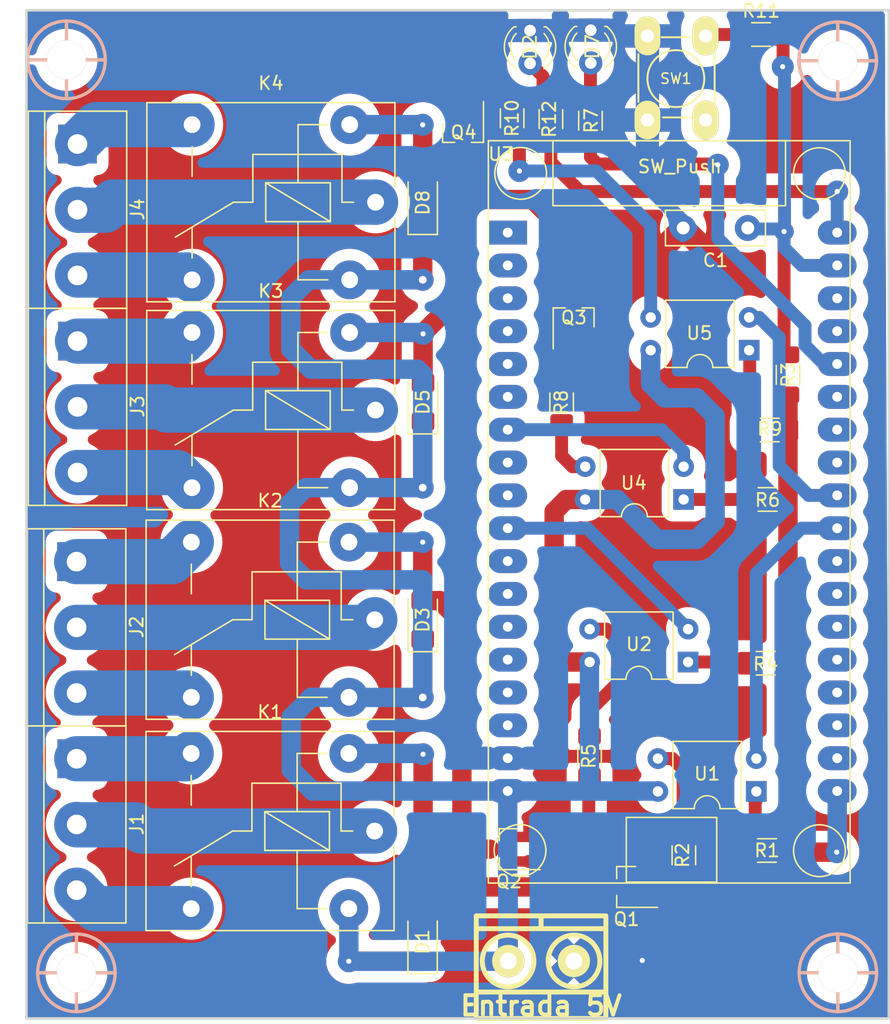
<source format=kicad_pcb>
(kicad_pcb (version 20221018) (generator pcbnew)
  (layers (0 "F.Cu" signal) (31 "B.Cu" signal) (34 "B.Paste" user) (35 "F.Paste" user) (36 "B.SilkS" user "B.Silkscreen") (37 "F.SilkS" user "F.Silkscreen") (38 "B.Mask" user) (39 "F.Mask" user) (44 "Edge.Cuts" user))
  (net 0 "")
  (net 1 "/NC1")
  (net 2 "+5V")
  (net 3 "/COM1")
  (net 4 "Net-(D1-A)")
  (net 5 "/NO1")
  (net 6 "/NC2")
  (net 7 "/COM2")
  (net 8 "Net-(D3-A)")
  (net 9 "/NO2")
  (net 10 "/NC3")
  (net 11 "/COM3")
  (net 12 "Net-(D5-A)")
  (net 13 "/NO3")
  (net 14 "/NC4")
  (net 15 "/COM4")
  (net 16 "Net-(D8-A)")
  (net 17 "/NO4")
  (net 18 "GND")
  (net 19 "Net-(Q1-B)")
  (net 20 "Net-(Q2-B)")
  (net 21 "Net-(Q3-B)")
  (net 22 "Net-(Q4-B)")
  (net 27 "/BT_Config")
  (net 29 "/IN1")
  (net 30 "/IN2")
  (net 36 "+3V3")
  (net 45 "/IN4")
  (net 46 "/IN3")
  (net 49 "Net-(D7-A)")
  (net 50 "Net-(R1-Pad2)")
  (net 51 "Net-(R2-Pad1)")
  (net 52 "Net-(R4-Pad2)")
  (net 53 "Net-(R5-Pad1)")
  (net 54 "Net-(R6-Pad2)")
  (net 55 "Net-(R8-Pad1)")
  (net 56 "Net-(R9-Pad2)")
  (net 57 "Net-(R10-Pad1)")
  (net 58 "/IN0")
  (net 59 "/7")
  (net 62 "unconnected-(U3-IO25-Pad8)")
  (net 64 "Net-(D2-A)")
  (net 65 "/LED_ConfigWIFI")
  (net 66 "Net-(R11-Pad1)")
  (net 67 "/LED_ConfigBT")
  (footprint "Package_TO_SOT_SMD:SOT-23_Handsoldering" (layer "F.Cu") (at 113.96 84.6 180)
    (fp_text reference "Q1" (at 0 -2.5) (layer "F.SilkS"))
    (fp_text value "S8050" hide)
    (pad "1" smd rect (at -1.5 -0.95 180) (size 1.9 0.8) (layers "F.Cu" "F.Paste" "F.Mask") (net 19 "Net-(Q1-B)"))
    (pad "2" smd rect (at -1.5 0.95 180) (size 1.9 0.8) (layers "F.Cu" "F.Paste" "F.Mask") (net 18 "GND"))
    (pad "3" smd rect (at 1.5 0 180) (size 1.9 0.8) (layers "F.Cu" "F.Paste" "F.Mask") (net 4 "Net-(D1-A)"))
  )
  (footprint "Resistor_SMD:R_1206_3216Metric_Pad1.30x1.75mm_HandSolder" (layer "F.Cu") (at 126.4596 45.0028 90)
    (fp_text reference "R3" (at 0 0.02 90) (layer "F.SilkS"))
    (fp_text value "4,7k" hide)
    (pad "1" smd roundrect (at -1.55 0 90) (size 1.3 1.75) (layers "F.Cu" "F.Paste" "F.Mask") (roundrect_rratio 0.1923076923) (net 36 "+3V3"))
    (pad "2" smd roundrect (at 1.55 0 90) (size 1.3 1.75) (layers "F.Cu" "F.Paste" "F.Mask") (roundrect_rratio 0.1923076923) (net 27 "/BT_Config"))
  )
  (footprint "EESTN5:hole_3mm" (layer "F.Cu") (at 70.6184 20.6472)
    (fp_text reference "hole_3mm" hide)
    (fp_text value "VAL**" hide)
    (fp_circle (center 0 0) (end 3 0) (stroke (width 0.254)) (fill none) (layer "F.Cu"))
    (pad "1" thru_hole circle (at 0 0) (size 3 3) (drill 3) (layers "*.Cu" "F.SilkS"))
  )
  (footprint "LibraryPERSONALES:Relay_SPDT_Finder_36.11" (layer "F.Cu") (at 94.4684 80.2772 180)
    (fp_text reference "K1" (at 8.1 9.2 180) (layer "F.SilkS"))
    (fp_text value "G5V-1")
    (pad "1" thru_hole circle (at 14.2 -6 180) (size 3 3) (drill 1.3) (layers "*.Cu" "*.Mask") (net 1 "/NC1"))
    (pad "2" thru_hole circle (at 2 -6 180) (size 3 3) (drill 1.3) (layers "*.Cu" "*.Mask") (net 2 "+5V"))
    (pad "5" thru_hole circle (at 0 0 180) (size 3 3) (drill 1.3) (layers "*.Cu" "*.Mask") (net 3 "/COM1"))
    (pad "9" thru_hole circle (at 2 6 180) (size 3 3) (drill 1.3) (layers "*.Cu" "*.Mask") (net 4 "Net-(D1-A)"))
    (pad "10" thru_hole circle (at 14.2 6 180) (size 3 3) (drill 1.3) (layers "*.Cu" "*.Mask") (net 5 "/NO1"))
  )
  (footprint "Resistor_SMD:R_1206_3216Metric_Pad1.30x1.75mm_HandSolder" (layer "F.Cu") (at 108.94 47.14 90)
    (fp_text reference "R8" (at 0 -0.03 90) (layer "F.SilkS"))
    (fp_text value "1k" hide)
    (pad "1" smd roundrect (at -1.55 0 90) (size 1.3 1.75) (layers "F.Cu" "F.Paste" "F.Mask") (roundrect_rratio 0.1923076923) (net 55 "Net-(R8-Pad1)"))
    (pad "2" smd roundrect (at 1.55 0 90) (size 1.3 1.75) (layers "F.Cu" "F.Paste" "F.Mask") (roundrect_rratio 0.1923076923) (net 21 "Net-(Q3-B)"))
  )
  (footprint "LibraryPERSONALES:Relay_SPDT_Finder_36.11" (layer "F.Cu") (at 94.5384 31.6572 180)
    (fp_text reference "K4" (at 8.1 9.2 180) (layer "F.SilkS"))
    (fp_text value "G5V-1")
    (pad "1" thru_hole circle (at 14.2 -6 180) (size 3 3) (drill 1.3) (layers "*.Cu" "*.Mask") (net 14 "/NC4"))
    (pad "2" thru_hole circle (at 2 -6 180) (size 3 3) (drill 1.3) (layers "*.Cu" "*.Mask") (net 2 "+5V"))
    (pad "5" thru_hole circle (at 0 0 180) (size 3 3) (drill 1.3) (layers "*.Cu" "*.Mask") (net 15 "/COM4"))
    (pad "9" thru_hole circle (at 2 6 180) (size 3 3) (drill 1.3) (layers "*.Cu" "*.Mask") (net 16 "Net-(D8-A)"))
    (pad "10" thru_hole circle (at 14.2 6 180) (size 3 3) (drill 1.3) (layers "*.Cu" "*.Mask") (net 17 "/NO4"))
  )
  (footprint "Diode_SMD:D_1206_3216Metric_Pad1.42x1.75mm_HandSolder" (layer "F.Cu") (at 98.2148 47.111 90)
    (fp_text reference "D5" (at 0 -0.02 90) (layer "F.SilkS"))
    (fp_text value "D_Shockley" hide)
    (pad "1" smd roundrect (at -1.4875 0 90) (size 1.425 1.75) (layers "F.Cu" "F.Paste" "F.Mask") (roundrect_rratio 0.1754392982) (net 2 "+5V"))
    (pad "2" smd roundrect (at 1.4875 0 90) (size 1.425 1.75) (layers "F.Cu" "F.Paste" "F.Mask") (roundrect_rratio 0.1754392982) (net 12 "Net-(D5-A)"))
  )
  (footprint "EESTN5:BORNERA2_AZUL" (layer "F.Cu") (at 107.3484 90.3272 180)
    (fp_text reference "J6" hide)
    (fp_text value "Entrada 5V" (at -0.0016 -3.4628 180) (layer "F.SilkS") (effects (font (size 1.5 1.5) (thickness 0.3))))
    (pad "1" thru_hole circle (at -2.54 0 180) (size 2.5 2.5) (drill 1.3) (layers "*.Cu" "*.Mask" "F.SilkS") (net 18 "GND"))
    (pad "2" thru_hole circle (at 2.54 0 180) (size 2.5 2.5) (drill 1.3) (layers "*.Cu" "*.Mask" "F.SilkS") (net 2 "+5V"))
  )
  (footprint "Resistor_SMD:R_1206_3216Metric_Pad1.30x1.75mm_HandSolder" (layer "F.Cu") (at 108.11 25.23 90)
    (fp_text reference "R12" (at 0 -0.127 90) (layer "F.SilkS"))
    (fp_text value "220" hide)
    (pad "1" smd roundrect (at -1.55 0 90) (size 1.3 1.75) (layers "F.Cu" "F.Paste" "F.Mask") (roundrect_rratio 0.1923076923) (net 67 "/LED_ConfigBT"))
    (pad "2" smd roundrect (at 1.55 0 90) (size 1.3 1.75) (layers "F.Cu" "F.Paste" "F.Mask") (roundrect_rratio 0.1923076923) (net 64 "Net-(D2-A)"))
  )
  (footprint "Package_TO_SOT_SMD:SOT-23_Handsoldering" (layer "F.Cu") (at 101.31 26.27 -90)
    (fp_text reference "Q4" (at -0.01 -0.04) (layer "F.SilkS"))
    (fp_text value "S8050" hide)
    (pad "1" smd rect (at -1.5 -0.95 270) (size 1.9 0.8) (layers "F.Cu" "F.Paste" "F.Mask") (net 22 "Net-(Q4-B)"))
    (pad "2" smd rect (at -1.5 0.95 270) (size 1.9 0.8) (layers "F.Cu" "F.Paste" "F.Mask") (net 18 "GND"))
    (pad "3" smd rect (at 1.5 0 270) (size 1.9 0.8) (layers "F.Cu" "F.Paste" "F.Mask") (net 16 "Net-(D8-A)"))
  )
  (footprint "Package_DIP:DIP-4_W7.62mm" (layer "F.Cu") (at 124.0112 77.215 180)
    (fp_text reference "U1" (at 3.81 1.365) (layer "F.SilkS"))
    (fp_text value "PC817" hide)
    (pad "1" thru_hole rect (at 0 0 180) (size 1.6 1.6) (drill 0.8) (layers "*.Cu" "*.Mask") (net 50 "Net-(R1-Pad2)"))
    (pad "2" thru_hole oval (at 0 2.54 180) (size 1.6 1.6) (drill 0.8) (layers "*.Cu" "*.Mask") (net 29 "/IN1"))
    (pad "3" thru_hole oval (at 7.62 2.54 180) (size 1.6 1.6) (drill 0.8) (layers "*.Cu" "*.Mask") (net 51 "Net-(R2-Pad1)"))
    (pad "4" thru_hole oval (at 7.62 0 180) (size 1.6 1.6) (drill 0.8) (layers "*.Cu" "*.Mask") (net 2 "+5V"))
  )
  (footprint "Resistor_SMD:R_1206_3216Metric_Pad1.30x1.75mm_HandSolder" (layer "F.Cu") (at 124.8784 54.6372 180)
    (fp_text reference "R6" (at 0 -0.05) (layer "F.SilkS"))
    (fp_text value "1k" hide)
    (pad "1" smd roundrect (at -1.55 0 180) (size 1.3 1.75) (layers "F.Cu" "F.Paste" "F.Mask") (roundrect_rratio 0.1923076923) (net 36 "+3V3"))
    (pad "2" smd roundrect (at 1.55 0 180) (size 1.3 1.75) (layers "F.Cu" "F.Paste" "F.Mask") (roundrect_rratio 0.1923076923) (net 54 "Net-(R6-Pad2)"))
  )
  (footprint "Package_TO_SOT_SMD:SOT-23_Handsoldering" (layer "F.Cu") (at 109.8684 40.5872 90)
    (fp_text reference "Q3" (at 0.01 0.02 180) (layer "F.SilkS"))
    (fp_text value "S8050" hide)
    (pad "1" smd rect (at -1.5 -0.95 90) (size 1.9 0.8) (layers "F.Cu" "F.Paste" "F.Mask") (net 21 "Net-(Q3-B)"))
    (pad "2" smd rect (at -1.5 0.95 90) (size 1.9 0.8) (layers "F.Cu" "F.Paste" "F.Mask") (net 18 "GND"))
    (pad "3" smd rect (at 1.5 0 90) (size 1.9 0.8) (layers "F.Cu" "F.Paste" "F.Mask") (net 12 "Net-(D5-A)"))
  )
  (footprint "Diode_SMD:D_1206_3216Metric_Pad1.42x1.75mm_HandSolder" (layer "F.Cu") (at 98.1894 63.9512 90)
    (fp_text reference "D3" (at 0 0 90) (layer "F.SilkS"))
    (fp_text value "D_Shockley" hide)
    (pad "1" smd roundrect (at -1.4875 0 90) (size 1.425 1.75) (layers "F.Cu" "F.Paste" "F.Mask") (roundrect_rratio 0.1754392982) (net 2 "+5V"))
    (pad "2" smd roundrect (at 1.4875 0 90) (size 1.425 1.75) (layers "F.Cu" "F.Paste" "F.Mask") (roundrect_rratio 0.1754392982) (net 8 "Net-(D3-A)"))
  )
  (footprint "LibraryPERSONALES:ESP32_Devkit_V1_36pin" (layer "F.Cu") (at 103.268 26.8996)
    (fp_text reference "U3" (at 0.995 1.04015 unlocked) (layer "F.SilkS"))
    (fp_text value "ESP32_DevKit_V1_DOIT")
    (pad "1" thru_hole rect (at 1.5 7.105) (size 3 1.85) (drill 0.762) (layers "*.Cu" "*.Mask"))
    (pad "2" thru_hole oval (at 1.5 9.645) (size 3 1.85) (drill 0.762) (layers "*.Cu" "*.Mask"))
    (pad "3" thru_hole oval (at 1.5 12.185) (size 3 1.85) (drill 0.762) (layers "*.Cu" "*.Mask"))
    (pad "4" thru_hole oval (at 1.5 14.725) (size 3 1.85) (drill 0.762) (layers "*.Cu" "*.Mask"))
    (pad "5" thru_hole oval (at 1.5 17.265) (size 3 1.85) (drill 0.762) (layers "*.Cu" "*.Mask"))
    (pad "6" thru_hole oval (at 1.5 19.805) (size 3 1.85) (drill 0.762) (layers "*.Cu" "*.Mask"))
    (pad "7" thru_hole oval (at 1.5 22.345) (size 3 1.85) (drill 0.762) (layers "*.Cu" "*.Mask") (net 46 "/IN3"))
    (pad "8" thru_hole oval (at 1.5 24.885) (size 3 1.85) (drill 0.762) (layers "*.Cu" "*.Mask") (net 62 "unconnected-(U3-IO25-Pad8)"))
    (pad "9" thru_hole oval (at 1.5 27.425) (size 3 1.85) (drill 0.762) (layers "*.Cu" "*.Mask"))
    (pad "10" thru_hole oval (at 1.5 29.965) (size 3 1.85) (drill 0.762) (layers "*.Cu" "*.Mask") (net 30 "/IN2"))
    (pad "11" thru_hole oval (at 1.5 32.505) (size 3 1.85) (drill 0.762) (layers "*.Cu" "*.Mask"))
    (pad "12" thru_hole oval (at 1.5 35.045) (size 3 1.85) (drill 0.762) (layers "*.Cu" "*.Mask"))
    (pad "13" thru_hole oval (at 1.5 37.585) (size 3 1.85) (drill 0.762) (layers "*.Cu" "*.Mask"))
    (pad "14" thru_hole oval (at 1.5 40.125) (size 3 1.85) (drill 0.762) (layers "*.Cu" "*.Mask"))
    (pad "15" thru_hole oval (at 1.5 42.665) (size 3 1.85) (drill 0.762) (layers "*.Cu" "*.Mask"))
    (pad "16" thru_hole oval (at 1.5 45.205) (size 3 1.85) (drill 0.762) (layers "*.Cu" "*.Mask"))
    (pad "17" thru_hole oval (at 1.5 47.745) (size 3 1.85) (drill 0.762) (layers "*.Cu" "*.Mask") (net 18 "GND"))
    (pad "18" thru_hole oval (at 1.5 50.285) (size 3 1.85) (drill 0.762) (layers "*.Cu" "*.Mask") (net 2 "+5V"))
    (pad "19" thru_hole oval (at 27 50.285) (size 3 1.85) (drill 0.762) (layers "*.Cu" "*.Mask") (net 36 "+3V3"))
    (pad "20" thru_hole oval (at 27 47.745) (size 3 1.85) (drill 0.762) (layers "*.Cu" "*.Mask"))
    (pad "21" thru_hole oval (at 27 45.205) (size 3 1.85) (drill 0.762) (layers "*.Cu" "*.Mask"))
    (pad "22" thru_hole oval (at 27 42.665) (size 3 1.85) (drill 0.762) (layers "*.Cu" "*.Mask"))
    (pad "23" thru_hole oval (at 27 40.125) (size 3 1.85) (drill 0.762) (layers "*.Cu" "*.Mask"))
    (pad "24" thru_hole oval (at 27 37.585) (size 3 1.85) (drill 0.762) (layers "*.Cu" "*.Mask"))
    (pad "25" thru_hole oval (at 27 35.045) (size 3 1.85) (drill 0.762) (layers "*.Cu" "*.Mask"))
    (pad "26" thru_hole oval (at 27 32.505) (size 3 1.85) (drill 0.762) (layers "*.Cu" "*.Mask"))
    (pad "27" thru_hole oval (at 27 29.965) (size 3 1.85) (drill 0.762) (layers "*.Cu" "*.Mask") (net 29 "/IN1"))
    (pad "28" thru_hole oval (at 27 27.425) (size 3 1.85) (drill 0.762) (layers "*.Cu" "*.Mask") (net 45 "/IN4"))
    (pad "29" thru_hole oval (at 27 24.885) (size 3 1.85) (drill 0.762) (layers "*.Cu" "*.Mask"))
    (pad "30" thru_hole oval (at 27 22.345) (size 3 1.85) (drill 0.762) (layers "*.Cu" "*.Mask") (net 58 "/IN0"))
    (pad "31" thru_hole oval (at 27 19.805) (size 3 1.85) (drill 0.762) (layers "*.Cu" "*.Mask") (net 59 "/7"))
    (pad "32" thru_hole oval (at 27 17.265) (size 3 1.85) (drill 0.762) (layers "*.Cu" "*.Mask") (net 65 "/LED_ConfigWIFI"))
    (pad "33" thru_hole oval (at 27 14.725) (size 3 1.85) (drill 0.762) (layers "*.Cu" "*.Mask"))
    (pad "34" thru_hole oval (at 27 12.185) (size 3 1.85) (drill 0.762) (layers "*.Cu" "*.Mask"))
    (pad "35" thru_hole oval (at 27 9.645) (size 3 1.85) (drill 0.762) (layers "*.Cu" "*.Mask") (net 27 "/BT_Config"))
    (pad "36" thru_hole oval (at 27 7.105) (size 3 1.85) (drill 0.762) (layers "*.Cu" "*.Mask") (net 67 "/LED_ConfigBT"))
  )
  (footprint "Resistor_SMD:R_1206_3216Metric_Pad1.30x1.75mm_HandSolder" (layer "F.Cu") (at 111.17 25.35 90)
    (fp_text reference "R7" (at 0 0.06 90) (layer "F.SilkS"))
    (fp_text value "220" hide)
    (pad "1" smd roundrect (at -1.55 0 90) (size 1.3 1.75) (layers "F.Cu" "F.Paste" "F.Mask") (roundrect_rratio 0.1923076923) (net 65 "/LED_ConfigWIFI"))
    (pad "2" smd roundrect (at 1.55 0 90) (size 1.3 1.75) (layers "F.Cu" "F.Paste" "F.Mask") (roundrect_rratio 0.1923076923) (net 49 "Net-(D7-A)"))
  )
  (footprint "LibraryPERSONALES:Relay_SPDT_Finder_36.11" (layer "F.Cu") (at 94.5284 47.7272 180)
    (fp_text reference "K3" (at 8.1 9.2 180) (layer "F.SilkS"))
    (fp_text value "G5V-1")
    (pad "1" thru_hole circle (at 14.2 -6 180) (size 3 3) (drill 1.3) (layers "*.Cu" "*.Mask") (net 10 "/NC3"))
    (pad "2" thru_hole circle (at 2 -6 180) (size 3 3) (drill 1.3) (layers "*.Cu" "*.Mask") (net 2 "+5V"))
    (pad "5" thru_hole circle (at 0 0 180) (size 3 3) (drill 1.3) (layers "*.Cu" "*.Mask") (net 11 "/COM3"))
    (pad "9" thru_hole circle (at 2 6 180) (size 3 3) (drill 1.3) (layers "*.Cu" "*.Mask") (net 12 "Net-(D5-A)"))
    (pad "10" thru_hole circle (at 14.2 6 180) (size 3 3) (drill 1.3) (layers "*.Cu" "*.Mask") (net 13 "/NO3"))
  )
  (footprint "Resistor_SMD:R_1206_3216Metric_Pad1.30x1.75mm_HandSolder" (layer "F.Cu") (at 118.4 82.15 -90)
    (fp_text reference "R2" (at 0 0.11 90) (layer "F.SilkS"))
    (fp_text value "1k" hide)
    (pad "1" smd roundrect (at -1.55 0 270) (size 1.3 1.75) (layers "F.Cu" "F.Paste" "F.Mask") (roundrect_rratio 0.1923076923) (net 51 "Net-(R2-Pad1)"))
    (pad "2" smd roundrect (at 1.55 0 270) (size 1.3 1.75) (layers "F.Cu" "F.Paste" "F.Mask") (roundrect_rratio 0.1923076923) (net 19 "Net-(Q1-B)"))
  )
  (footprint "EESTN5:hole_3mm" (layer "F.Cu") (at 130.3084 20.7172)
    (fp_text reference "hole_3mm" hide)
    (fp_text value "VAL**" hide)
    (fp_circle (center 0 0) (end 3 0) (stroke (width 0.254)) (fill none) (layer "F.Cu"))
    (pad "1" thru_hole circle (at 0 0) (size 3 3) (drill 3) (layers "*.Cu" "F.SilkS"))
  )
  (footprint "Capacitor_THT:C_Disc_D7.5mm_W2.5mm_P5.00mm" (layer "F.Cu") (at 123.3462 33.649 180)
    (fp_text reference "C1" (at 2.5 -2.5) (layer "F.SilkS"))
    (fp_text value "C" hide)
    (pad "1" thru_hole circle (at 0 0 180) (size 2 2) (drill 1) (layers "*.Cu" "*.Mask") (net 27 "/BT_Config"))
    (pad "2" thru_hole circle (at 5 0 180) (size 2 2) (drill 1) (layers "*.Cu" "*.Mask") (net 18 "GND"))
  )
  (footprint "LED_THT:LED_D3.0mm" (layer "F.Cu") (at 106.4952 18.3836 -90)
    (fp_text reference "D2" (at 1.27 0 90) (layer "F.SilkS"))
    (fp_text value "LED" hide)
    (pad "1" thru_hole rect (at 0 0 270) (size 1.8 1.8) (drill 0.9) (layers "*.Cu" "*.Mask") (net 18 "GND"))
    (pad "2" thru_hole circle (at 2.54 0 270) (size 1.8 1.8) (drill 0.9) (layers "*.Cu" "*.Mask") (net 64 "Net-(D2-A)"))
  )
  (footprint "TerminalBlock:TerminalBlock_bornier-3_P5.08mm" (layer "F.Cu") (at 71.3984 59.4472 -90)
    (fp_text reference "J2" (at 5.05 -4.65 90) (layer "F.SilkS"))
    (fp_text value "Relay2")
    (pad "1" thru_hole rect (at 0 0 270) (size 3 3) (drill 1.52) (layers "*.Cu" "*.Mask") (net 9 "/NO2"))
    (pad "2" thru_hole circle (at 5.08 0 270) (size 3 3) (drill 1.52) (layers "*.Cu" "*.Mask") (net 7 "/COM2"))
    (pad "3" thru_hole circle (at 10.16 0 270) (size 3 3) (drill 1.52) (layers "*.Cu" "*.Mask") (net 6 "/NC2"))
  )
  (footprint "EESTN5:hole_3mm" (layer "F.Cu") (at 71.3834 91.2422)
    (fp_text reference "hole_3mm" hide)
    (fp_text value "VAL**" hide)
    (fp_circle (center 0 0) (end 3 0) (stroke (width 0.254)) (fill none) (layer "F.Cu"))
    (pad "1" thru_hole circle (at 0 0) (size 3 3) (drill 3) (layers "*.Cu" "F.SilkS"))
  )
  (footprint "Package_DIP:DIP-4_W7.62mm" (layer "F.Cu") (at 118.3824 54.6422 180)
    (fp_text reference "U4" (at 3.86 1.275) (layer "F.SilkS"))
    (fp_text value "PC817" hide)
    (pad "1" thru_hole rect (at 0 0 180) (size 1.6 1.6) (drill 0.8) (layers "*.Cu" "*.Mask") (net 54 "Net-(R6-Pad2)"))
    (pad "2" thru_hole oval (at 0 2.54 180) (size 1.6 1.6) (drill 0.8) (layers "*.Cu" "*.Mask") (net 46 "/IN3"))
    (pad "3" thru_hole oval (at 7.62 2.54 180) (size 1.6 1.6) (drill 0.8) (layers "*.Cu" "*.Mask") (net 55 "Net-(R8-Pad1)"))
    (pad "4" thru_hole oval (at 7.62 0 180) (size 1.6 1.6) (drill 0.8) (layers "*.Cu" "*.Mask") (net 2 "+5V"))
  )
  (footprint "TerminalBlock:TerminalBlock_bornier-3_P5.08mm" (layer "F.Cu") (at 71.4084 74.6872 -90)
    (fp_text reference "J1" (at 5.05 -4.65 90) (layer "F.SilkS"))
    (fp_text value "Relay1")
    (pad "1" thru_hole rect (at 0 0 270) (size 3 3) (drill 1.52) (layers "*.Cu" "*.Mask") (net 5 "/NO1"))
    (pad "2" thru_hole circle (at 5.08 0 270) (size 3 3) (drill 1.52) (layers "*.Cu" "*.Mask") (net 3 "/COM1"))
    (pad "3" thru_hole circle (at 10.16 0 270) (size 3 3) (drill 1.52) (layers "*.Cu" "*.Mask") (net 1 "/NC1"))
  )
  (footprint "LED_THT:LED_D3.0mm" (layer "F.Cu") (at 111.1942 18.3532 -90)
    (fp_text reference "D7" (at 1.27 -0.127 90) (layer "F.SilkS"))
    (fp_text value "LED" hide)
    (pad "1" thru_hole rect (at 0 0 270) (size 1.8 1.8) (drill 0.9) (layers "*.Cu" "*.Mask") (net 18 "GND"))
    (pad "2" thru_hole circle (at 2.54 0 270) (size 1.8 1.8) (drill 0.9) (layers "*.Cu" "*.Mask") (net 49 "Net-(D7-A)"))
  )
  (footprint "Diode_SMD:D_1206_3216Metric_Pad1.42x1.75mm_HandSolder" (layer "F.Cu") (at 98.1894 31.6932 90)
    (fp_text reference "D8" (at 0 0 90) (layer "F.SilkS"))
    (fp_text value "D_Shockley" hide)
    (pad "1" smd roundrect (at -1.4875 0 90) (size 1.425 1.75) (layers "F.Cu" "F.Paste" "F.Mask") (roundrect_rratio 0.1754392982) (net 2 "+5V"))
    (pad "2" smd roundrect (at 1.4875 0 90) (size 1.425 1.75) (layers "F.Cu" "F.Paste" "F.Mask") (roundrect_rratio 0.1754392982) (net 16 "Net-(D8-A)"))
  )
  (footprint "Resistor_SMD:R_1206_3216Metric_Pad1.30x1.75mm_HandSolder" (layer "F.Cu") (at 111.1 74.49 -90)
    (fp_text reference "R5" (at 0 0.05 90) (layer "F.SilkS"))
    (fp_text value "1k" hide)
    (pad "1" smd roundrect (at -1.55 0 270) (size 1.3 1.75) (layers "F.Cu" "F.Paste" "F.Mask") (roundrect_rratio 0.1923076923) (net 53 "Net-(R5-Pad1)"))
    (pad "2" smd roundrect (at 1.55 0 270) (size 1.3 1.75) (layers "F.Cu" "F.Paste" "F.Mask") (roundrect_rratio 0.1923076923) (net 20 "Net-(Q2-B)"))
  )
  (footprint "EESTN5:hole_3mm" (layer "F.Cu") (at 130.3204 91.2372)
    (fp_text reference "hole_3mm" hide)
    (fp_text value "VAL**" hide)
    (fp_circle (center 0 0) (end 3 0) (stroke (width 0.254)) (fill none) (layer "F.Cu"))
    (pad "1" thru_hole circle (at 0 0) (size 3 3) (drill 3) (layers "*.Cu" "F.SilkS"))
  )
  (footprint "Resistor_SMD:R_1206_3216Metric_Pad1.30x1.75mm_HandSolder" (layer "F.Cu") (at 125.0484 49.2672 180)
    (fp_text reference "R9" (at 0 0.08) (layer "F.SilkS"))
    (fp_text value "1k" hide)
    (pad "1" smd roundrect (at -1.55 0 180) (size 1.3 1.75) (layers "F.Cu" "F.Paste" "F.Mask") (roundrect_rratio 0.1923076923) (net 36 "+3V3"))
    (pad "2" smd roundrect (at 1.55 0 180) (size 1.3 1.75) (layers "F.Cu" "F.Paste" "F.Mask") (roundrect_rratio 0.1923076923) (net 56 "Net-(R9-Pad2)"))
  )
  (footprint "Package_TO_SOT_SMD:SOT-23_Handsoldering" (layer "F.Cu") (at 104.8696 81.6804 180)
    (fp_text reference "Q2" (at 0 -2.5) (layer "F.SilkS"))
    (fp_text value "S8050" hide)
    (pad "1" smd rect (at -1.5 -0.95 180) (size 1.9 0.8) (layers "F.Cu" "F.Paste" "F.Mask") (net 20 "Net-(Q2-B)"))
    (pad "2" smd rect (at -1.5 0.95 180) (size 1.9 0.8) (layers "F.Cu" "F.Paste" "F.Mask") (net 18 "GND"))
    (pad "3" smd rect (at 1.5 0 180) (size 1.9 0.8) (layers "F.Cu" "F.Paste" "F.Mask") (net 8 "Net-(D3-A)"))
  )
  (footprint "LibraryPERSONALES:PUSH_SWITCH_THT" (layer "F.Cu") (at 120.08 25.3 180)
    (fp_text reference "SW1" (at 2.3 3.2) (layer "F.SilkS") (effects (font (size 0.8 0.8) (thickness 0.12))))
    (fp_text value "SW_Push" (at 2 -3.6) (layer "F.SilkS"))
    (pad "1" thru_hole oval (at 0 0 180) (size 2 3) (drill 1.016) (layers "*.Cu" "*.Mask" "F.SilkS") (net 66 "Net-(R11-Pad1)"))
    (pad "1" thru_hole oval (at 0 6.5 180) (size 2 3) (drill 1.016) (layers "*.Cu" "*.Mask" "F.SilkS") (net 66 "Net-(R11-Pad1)"))
    (pad "2" thru_hole oval (at 4.5 0 180) (size 2 3) (drill 1.016) (layers "*.Cu" "*.Mask" "F.SilkS") (net 18 "GND"))
    (pad "2" thru_hole oval (at 4.5 6.5 180) (size 2 3) (drill 1.016) (layers "*.Cu" "*.Mask" "F.SilkS") (net 18 "GND"))
  )
  (footprint "TerminalBlock:TerminalBlock_bornier-3_P5.08mm" (layer "F.Cu") (at 71.4684 42.3972 -90)
    (fp_text reference "J3" (at 5.05 -4.65 -90) (layer "F.SilkS"))
    (fp_text value "Relay3")
    (pad "1" thru_hole rect (at 0 0 270) (size 3 3) (drill 1.52) (layers "*.Cu" "*.Mask") (net 13 "/NO3"))
    (pad "2" thru_hole circle (at 5.08 0 270) (size 3 3) (drill 1.52) (layers "*.Cu" "*.Mask") (net 11 "/COM3"))
    (pad "3" thru_hole circle (at 10.16 0 270) (size 3 3) (drill 1.52) (layers "*.Cu" "*.Mask") (net 10 "/NC3"))
  )
  (footprint "Resistor_SMD:R_1206_3216Metric_Pad1.30x1.75mm_HandSolder" (layer "F.Cu") (at 124.3768 18.6884)
    (fp_text reference "R11" (at 0 -1.82) (layer "F.SilkS"))
    (fp_text value "4,7k" hide)
    (pad "1" smd roundrect (at -1.55 0) (size 1.3 1.75) (layers "F.Cu" "F.Paste" "F.Mask") (roundrect_rratio 0.1923076923) (net 66 "Net-(R11-Pad1)"))
    (pad "2" smd roundrect (at 1.55 0) (size 1.3 1.75) (layers "F.Cu" "F.Paste" "F.Mask") (roundrect_rratio 0.1923076923) (net 27 "/BT_Config"))
  )
  (footprint "Resistor_SMD:R_1206_3216Metric_Pad1.30x1.75mm_HandSolder" (layer "F.Cu") (at 124.7324 67.304 180)
    (fp_text reference "R4" (at 0 -0.07) (layer "F.SilkS"))
    (fp_text value "1k" hide)
    (pad "1" smd roundrect (at -1.55 0 180) (size 1.3 1.75) (layers "F.Cu" "F.Paste" "F.Mask") (roundrect_rratio 0.1923076923) (net 36 "+3V3"))
    (pad "2" smd roundrect (at 1.55 0 180) (size 1.3 1.75) (layers "F.Cu" "F.Paste" "F.Mask") (roundrect_rratio 0.1923076923) (net 52 "Net-(R4-Pad2)"))
  )
  (footprint "Resistor_SMD:R_1206_3216Metric_Pad1.30x1.75mm_HandSolder" (layer "F.Cu") (at 105.11 25.16 90)
    (fp_text reference "R10" (at 0 -0.01 90) (layer "F.SilkS"))
    (fp_text value "1k" hide)
    (pad "1" smd roundrect (at -1.55 0 90) (size 1.3 1.75) (layers "F.Cu" "F.Paste" "F.Mask") (roundrect_rratio 0.1923076923) (net 57 "Net-(R10-Pad1)"))
    (pad "2" smd roundrect (at 1.55 0 90) (size 1.3 1.75) (layers "F.Cu" "F.Paste" "F.Mask") (roundrect_rratio 0.1923076923) (net 22 "Net-(Q4-B)"))
  )
  (footprint "LibraryPERSONALES:Relay_SPDT_Finder_36.11" (layer "F.Cu") (at 94.4784 63.9372 180)
    (fp_text reference "K2" (at 8.1 9.2 180) (layer "F.SilkS"))
    (fp_text value "G5V-1")
    (pad "1" thru_hole circle (at 14.2 -6 180) (size 3 3) (drill 1.3) (layers "*.Cu" "*.Mask") (net 6 "/NC2"))
    (pad "2" thru_hole circle (at 2 -6 180) (size 3 3) (drill 1.3) (layers "*.Cu" "*.Mask") (net 2 "+5V"))
    (pad "5" thru_hole circle (at 0 0 180) (size 3 3) (drill 1.3) (layers "*.Cu" "*.Mask") (net 7 "/COM2"))
    (pad "9" thru_hole circle (at 2 6 180) (size 3 3) (drill 1.3) (layers "*.Cu" "*.Mask") (net 8 "Net-(D3-A)"))
    (pad "10" thru_hole circle (at 14.2 6 180) (size 3 3) (drill 1.3) (layers "*.Cu" "*.Mask") (net 9 "/NO2"))
  )
  (footprint "Diode_SMD:D_1206_3216Metric_Pad1.42x1.75mm_HandSolder" (layer "F.Cu") (at 98.1784 88.8447 90)
    (fp_text reference "D1" (at 0 0 90) (layer "F.SilkS"))
    (fp_text value "D_Shockley" hide)
    (pad "1" smd roundrect (at -1.4875 0 90) (size 1.425 1.75) (layers "F.Cu" "F.Paste" "F.Mask") (roundrect_rratio 0.1754392982) (net 2 "+5V"))
    (pad "2" smd roundrect (at 1.4875 0 90) (size 1.425 1.75) (layers "F.Cu" "F.Paste" "F.Mask") (roundrect_rratio 0.1754392982) (net 4 "Net-(D1-A)"))
  )
  (footprint "Package_DIP:DIP-4_W7.62mm" (layer "F.Cu") (at 123.4524 43.1028 180)
    (fp_text reference "U5" (at 3.85 1.325) (layer "F.SilkS"))
    (fp_text value "PC817" hide)
    (pad "1" thru_hole rect (at 0 0 180) (size 1.6 1.6) (drill 0.8) (layers "*.Cu" "*.Mask") (net 56 "Net-(R9-Pad2)"))
    (pad "2" thru_hole oval (at 0 2.54 180) (size 1.6 1.6) (drill 0.8) (layers "*.Cu" "*.Mask") (net 45 "/IN4"))
    (pad "3" thru_hole oval (at 7.62 2.54 180) (size 1.6 1.6) (drill 0.8) (layers "*.Cu" "*.Mask") (net 57 "Net-(R10-Pad1)"))
    (pad "4" thru_hole oval (at 7.62 0 180) (size 1.6 1.6) (drill 0.8) (layers "*.Cu" "*.Mask") (net 2 "+5V"))
  )
  (footprint "Resistor_SMD:R_1206_3216Metric_Pad1.30x1.75mm_HandSolder" (layer "F.Cu") (at 124.834 81.782 180)
    (fp_text reference "R1" (at 0 0) (layer "F.SilkS"))
    (fp_text value "1k" hide)
    (pad "1" smd roundrect (at -1.55 0 180) (size 1.3 1.75) (layers "F.Cu" "F.Paste" "F.Mask") (roundrect_rratio 0.1923076923) (net 36 "+3V3"))
    (pad "2" smd roundrect (at 1.55 0 180) (size 1.3 1.75) (layers "F.Cu" "F.Paste" "F.Mask") (roundrect_rratio 0.1923076923) (net 50 "Net-(R1-Pad2)"))
  )
  (footprint "Package_DIP:DIP-4_W7.62mm" (layer "F.Cu") (at 118.728 67.2074 180)
    (fp_text reference "U2" (at 3.8 1.375) (layer "F.SilkS"))
    (fp_text value "PC817" hide)
    (pad "1" thru_hole rect (at 0 0 180) (size 1.6 1.6) (drill 0.8) (layers "*.Cu" "*.Mask") (net 52 "Net-(R4-Pad2)"))
    (pad "2" thru_hole oval (at 0 2.54 180) (size 1.6 1.6) (drill 0.8) (layers "*.Cu" "*.Mask") (net 30 "/IN2"))
    (pad "3" thru_hole oval (at 7.62 2.54 180) (size 1.6 1.6) (drill 0.8) (layers "*.Cu" "*.Mask") (net 53 "Net-(R5-Pad1)"))
    (pad "4" thru_hole oval (at 7.62 0 180) (size 1.6 1.6) (drill 0.8) (layers "*.Cu" "*.Mask") (net 2 "+5V"))
  )
  (footprint "TerminalBlock:TerminalBlock_bornier-3_P5.08mm" (layer "F.Cu") (at 71.4684 27.1572 -90)
    (fp_text reference "J4" (at 5.05 -4.65 90) (layer "F.SilkS"))
    (fp_text value "Relay4")
    (pad "1" thru_hole rect (at 0 0 270) (size 3 3) (drill 1.52) (layers "*.Cu" "*.Mask") (net 17 "/NO4"))
    (pad "2" thru_hole circle (at 5.08 0 270) (size 3 3) (drill 1.52) (layers "*.Cu" "*.Mask") (net 15 "/COM4"))
    (pad "3" thru_hole circle (at 10.16 0 270) (size 3 3) (drill 1.52) (layers "*.Cu" "*.Mask") (net 14 "/NC4"))
  )
  (gr_rect (start 67.5184 16.8172) (end 134.2632 94.7672) (stroke (width 0.2)) (fill none) (layer "Edge.Cuts"))
  (via (at 71.3834 91.2422) (size 0.8) (drill 0.4) (layers "F.Cu" "B.Cu") (net 0))
  (segment (start 72.8384 86.2772) (end 71.4084 84.8472) (width 3.5) (layer "B.Cu") (net 1))
  (segment (start 80.2684 86.2772) (end 72.8384 86.2772) (width 3.5) (layer "B.Cu") (net 1))
  (segment (start 111.108 67.2074) (end 109.1874 67.2074) (width 1.5) (layer "F.Cu") (net 2))
  (segment (start 98.1894 37.6572) (end 98.1894 33.1807) (width 1.5) (layer "F.Cu") (net 2))
  (segment (start 109.1874 67.2074) (end 108.36 66.38) (width 1.5) (layer "F.Cu") (net 2))
  (segment (start 108.36 66.38) (end 108.36 55.58) (width 1.5) (layer "F.Cu") (net 2))
  (segment (start 98.1894 48.6239) (end 98.2148 48.5985) (width 1.5) (layer "F.Cu") (net 2))
  (segment (start 108.36 55.58) (end 109.2978 54.6422) (width 1.5) (layer "F.Cu") (net 2))
  (segment (start 109.2978 54.6422) (end 110.7624 54.6422) (width 1.5) (layer "F.Cu") (net 2))
  (segment (start 98.1894 65.4387) (end 98.1894 69.9456) (width 1.5) (layer "F.Cu") (net 2))
  (segment (start 92.4684 90.3472) (end 98.2484 90.3472) (width 1.5) (layer "F.Cu") (net 2))
  (segment (start 98.1894 53.7272) (end 98.1894 48.6239) (width 1.5) (layer "F.Cu") (net 2))
  (via (at 98.1894 53.7272) (size 1.7) (drill 0.6) (layers "F.Cu" "B.Cu") (net 2))
  (via (at 98.1894 37.6572) (size 1.7) (drill 0.6) (layers "F.Cu" "B.Cu") (net 2))
  (via (at 98.1894 69.9456) (size 1.7) (drill 0.6) (layers "F.Cu" "B.Cu") (net 2))
  (via (at 92.4684 90.3472) (size 1.7) (drill 0.4) (layers "F.Cu" "B.Cu") (net 2))
  (segment (start 110.7624 54.6422) (end 113.239 54.6422) (width 1.5) (layer "B.Cu") (net 2))
  (segment (start 98.1894 53.7272) (end 92.5284 53.7272) (width 1.5) (layer "B.Cu") (net 2))
  (segment (start 119.3984 46.7808) (end 116.9092 46.7808) (width 1.5) (layer "B.Cu") (net 2))
  (segment (start 116.9092 46.7808) (end 115.8324 45.704) (width 1.5) (layer "B.Cu") (net 2))
  (segment (start 111.0926 67.2228) (end 111.0926 77.1846) (width 1.5) (layer "B.Cu") (net 2))
  (segment (start 87.8784 59.5672) (end 89.1636 60.8524) (width 1.5) (layer "B.Cu") (net 2))
  (segment (start 120.8208 48.2032) (end 119.3984 46.7808) (width 1.5) (layer "B.Cu") (net 2))
  (segment (start 113.239 54.6422) (end 116.325 57.7282) (width 1.5) (layer "B.Cu") (net 2))
  (segment (start 89.3584 37.6572) (end 92.5384 37.6572) (width 1.5) (layer "B.Cu") (net 2))
  (segment (start 87.9784 39.0372) (end 89.3584 37.6572) (width 1.5) (layer "B.Cu") (net 2))
  (segment (start 98.164 69.9456) (end 98.1386 69.9202) (width 1.5) (layer "B.Cu") (net 2))
  (segment (start 98.1132 69.9456) (end 92.4868 69.9456) (width 1.5) (layer "B.Cu") (net 2))
  (segment (start 104.768 77.1846) (end 97.9608 77.1846) (width 1.5) (layer "B.Cu") (net 2))
  (segment (start 92.5384 86.2072) (end 92.4684 86.2772) (width 1.5) (layer "B.Cu") (net 2))
  (segment (start 98.1894 44.9774) (end 97.783 44.571) (width 1.5) (layer "B.Cu") (net 2))
  (segment (start 92.4684 90.3472) (end 92.4684 86.2772) (width 1.5) (layer "B.Cu") (net 2))
  (segment (start 97.783 44.571) (end 89.5322 44.571) (width 1.5) (layer "B.Cu") (net 2))
  (segment (start 92.4868 69.9456) (end 92.4784 69.9372) (width 1.5) (layer "B.Cu") (net 2))
  (segment (start 92.5284 53.7272) (end 89.1384 53.7272) (width 1.5) (layer "B.Cu") (net 2))
  (segment (start 88.0184 75.5372) (end 89.6658 77.1846) (width 1.5) (layer "B.Cu") (net 2))
  (segment (start 98.1894 60.8524) (end 98.1894 69.9456) (width 1.5) (layer "B.Cu") (net 2))
  (segment (start 116.325 57.7282) (end 119.3984 57.7282) (width 1.5) (layer "B.Cu") (net 2))
  (segment (start 98.1894 53.7272) (end 98.1894 44.9774) (width 1.5) (layer "B.Cu") (net 2))
  (segment (start 87.9784 43.0172) (end 87.9784 39.0372) (width 1.5) (layer "B.Cu") (net 2))
  (segment (start 88.0184 71.4772) (end 88.0184 75.5372) (width 1.5) (layer "B.Cu") (net 2))
  (segment (start 111.108 67.2074) (end 111.0926 67.2228) (width 1.5) (layer "B.Cu") (net 2))
  (segment (start 111.0926 77.1846) (end 112.134 77.1846) (width 1.5) (layer "B.Cu") (net 2))
  (segment (start 104.768 90.2618) (end 104.8084 90.3022) (width 1.5) (layer "B.Cu") (net 2))
  (segment (start 89.1636 60.8524) (end 98.1894 60.8524) (width 1.5) (layer "B.Cu") (net 2))
  (segment (start 115.8324 45.704) (end 115.8324 43.1028) (width 1.5) (layer "B.Cu") (net 2))
  (segment (start 112.134 77.1846) (end 116.2184 77.1846) (width 1.5) (layer "B.Cu") (net 2))
  (segment (start 119.3984 57.7282) (end 120.8208 56.3058) (width 1.5) (layer "B.Cu") (net 2))
  (segment (start 87.8784 54.9872) (end 87.8784 59.5672) (width 1.5) (layer "B.Cu") (net 2))
  (segment (start 89.5584 69.9372) (end 88.0184 71.4772) (width 1.5) (layer "B.Cu") (net 2))
  (segment (start 92.5384 37.6572) (end 98.1894 37.6572) (width 1.5) (layer "B.Cu") (net 2))
  (segment (start 98.1386 69.9202) (end 98.1132 69.9456) (width 1.5) (layer "B.Cu") (net 2))
  (segment (start 120.8208 56.3058) (end 120.8208 48.2032) (width 1.5) (layer "B.Cu") (net 2))
  (segment (start 89.6658 77.1846) (end 97.9608 77.1846) (width 1.5) (layer "B.Cu") (net 2))
  (segment (start 104.768 77.1846) (end 112.134 77.1846) (width 1.5) (layer "B.Cu") (net 2))
  (segment (start 98.1894 69.9456) (end 98.164 69.9456) (width 1.5) (layer "B.Cu") (net 2))
  (segment (start 92.4784 69.9372) (end 89.5584 69.9372) (width 1.5) (layer "B.Cu") (net 2))
  (segment (start 104.768 77.1846) (end 104.768 90.2618) (width 1.5) (layer "B.Cu") (net 2))
  (segment (start 89.1384 53.7272) (end 87.8784 54.9872) (width 1.5) (layer "B.Cu") (net 2))
  (segment (start 104.7634 90.3472) (end 104.8084 90.3022) (width 1.5) (layer "B.Cu") (net 2))
  (segment (start 92.4684 90.3472) (end 104.7634 90.3472) (width 1.5) (layer "B.Cu") (net 2))
  (segment (start 89.5322 44.571) (end 87.9784 43.0172) (width 1.5) (layer "B.Cu") (net 2))
  (segment (start 104.8084 90.3022) (end 104.8084 84.0322) (width 1.5) (layer "B.Cu") (net 2))
  (segment (start 76.4384 80.2772) (end 75.9584 79.7972) (width 3.5) (layer "B.Cu") (net 3))
  (segment (start 94.4684 80.2772) (end 76.4384 80.2772) (width 3.5) (layer "B.Cu") (net 3))
  (segment (start 75.9584 79.7972) (end 71.4384 79.7972) (width 3.5) (layer "B.Cu") (net 3))
  (segment (start 71.4384 79.7972) (end 71.4084 79.7672) (width 3.5) (layer "B.Cu") (net 3))
  (segment (start 98.2448 85.2472) (end 98.2148 85.2172) (width 1.5) (layer "F.Cu") (net 4))
  (segment (start 98.2148 74.3408) (end 98.2148 74.2772) (width 1.5) (layer "F.Cu") (net 4))
  (segment (start 98.2148 87.3208) (end 98.1784 87.3572) (width 1.5) (layer "F.Cu") (net 4))
  (segment (start 98.2148 74.3408) (end 98.2148 85.2172) (width 1.5) (layer "F.Cu") (net 4))
  (segment (start 98.4348 84.6) (end 112.46 84.6) (width 1.5) (layer "F.Cu") (net 4))
  (segment (start 98.2148 85.2172) (end 98.2148 87.3208) (width 1.5) (layer "F.Cu") (net 4))
  (via (at 98.2148 74.3408) (size 1.7) (drill 0.4) (layers "F.Cu" "B.Cu") (net 4))
  (segment (start 98.2148 74.2772) (end 92.4684 74.2772) (width 1.5) (layer "B.Cu") (net 4))
  (segment (start 92.5484 74.1972) (end 92.4684 74.2772) (width 1.5) (layer "B.Cu") (net 4))
  (segment (start 79.8584 74.6872) (end 80.2684 74.2772) (width 3.5) (layer "B.Cu") (net 5))
  (segment (start 71.4084 74.6872) (end 79.8584 74.6872) (width 3.5) (layer "B.Cu") (net 5))
  (segment (start 71.3984 69.6072) (end 79.9484 69.6072) (width 3.5) (layer "B.Cu") (net 6))
  (segment (start 79.9484 69.6072) (end 80.2784 69.9372) (width 3.5) (layer "B.Cu") (net 6))
  (segment (start 71.3984 64.5272) (end 93.8884 64.5272) (width 3.5) (layer "B.Cu") (net 7))
  (segment (start 93.8884 64.5272) (end 94.4784 63.9372) (width 3.5) (layer "B.Cu") (net 7))
  (segment (start 99.5249 62.4637) (end 101.2184 64.1572) (width 1.5) (layer "F.Cu") (net 8))
  (segment (start 98.1894 62.4637) (end 99.5249 62.4637) (width 1.5) (layer "F.Cu") (net 8))
  (segment (start 98.1894 57.9372) (end 98.1894 62.4637) (width 1.5) (layer "F.Cu") (net 8))
  (segment (start 101.2184 64.1572) (end 101.2184 81.6804) (width 1.5) (layer "F.Cu") (net 8))
  (segment (start 101.2184 81.6804) (end 103.3696 81.6804) (width 1.5) (layer "F.Cu") (net 8))
  (via (at 98.1894 57.9372) (size 1.7) (drill 0.4) (layers "F.Cu" "B.Cu") (net 8))
  (segment (start 92.4784 57.9372) (end 98.1894 57.9372) (width 1.5) (layer "B.Cu") (net 8))
  (segment (start 71.3984 59.4472) (end 78.7684 59.4472) (width 3.5) (layer "B.Cu") (net 9))
  (segment (start 78.7684 59.4472) (end 80.2784 57.9372) (width 3.5) (layer "B.Cu") (net 9))
  (segment (start 79.1584 52.5572) (end 80.3284 53.7272) (width 3.5) (layer "B.Cu") (net 10))
  (segment (start 71.4684 52.5572) (end 79.1584 52.5572) (width 3.5) (layer "B.Cu") (net 10))
  (segment (start 78.4084 47.7272) (end 94.5284 47.7272) (width 3.5) (layer "B.Cu") (net 11))
  (segment (start 78.1584 47.4772) (end 78.4084 47.7272) (width 3.5) (layer "B.Cu") (net 11))
  (segment (start 71.4684 47.4772) (end 78.1584 47.4772) (width 3.5) (layer "B.Cu") (net 11))
  (segment (start 109.9184 34.6592) (end 109.9184 39.0372) (width 1.5) (layer "F.Cu") (net 12))
  (segment (start 101.0184 32.9372) (end 102.5056 31.45) (width 1.5) (layer "F.Cu") (net 12))
  (segment (start 102.5056 31.45) (end 106.7092 31.45) (width 1.5) (layer "F.Cu") (net 12))
  (segment (start 101.0184 38.9772) (end 101.0184 32.9372) (width 1.5) (layer "F.Cu") (net 12))
  (segment (start 109.9184 39.0372) (end 109.8684 39.0872) (width 1.5) (layer "F.Cu") (net 12))
  (segment (start 106.7092 31.45) (end 109.9184 34.6592) (width 1.5) (layer "F.Cu") (net 12))
  (segment (start 98.2148 41.8336) (end 98.2148 45.6235) (width 1.5) (layer "F.Cu") (net 12))
  (segment (start 98.2148 41.7808) (end 101.0184 38.9772) (width 1.5) (layer "F.Cu") (net 12))
  (segment (start 98.2148 41.8336) (end 98.2148 41.7272) (width 1.5) (layer "F.Cu") (net 12))
  (segment (start 98.2148 41.8336) (end 98.2148 41.7808) (width 1.5) (layer "F.Cu") (net 12))
  (via (at 98.2148 41.8336) (size 1.7) (drill 0.4) (layers "F.Cu" "B.Cu") (net 12))
  (segment (start 98.2148 41.7272) (end 92.5284 41.7272) (width 1.5) (layer "B.Cu") (net 12))
  (segment (start 92.5684 41.7672) (end 92.5284 41.7272) (width 1.5) (layer "B.Cu") (net 12))
  (segment (start 71.4684 42.3972) (end 79.6584 42.3972) (width 3.5) (layer "B.Cu") (net 13))
  (segment (start 79.6584 42.3972) (end 80.3284 41.7272) (width 3.5) (layer "B.Cu") (net 13))
  (segment (start 79.9684 37.2872) (end 80.3384 37.6572) (width 3.5) (layer "B.Cu") (net 14))
  (segment (start 71.4684 37.2872) (end 79.9684 37.2872) (width 3.5) (layer "B.Cu") (net 14))
  (segment (start 94.5284 31.6472) (end 94.5384 31.6572) (width 3.5) (layer "B.Cu") (net 15))
  (segment (start 74.2284 31.6472) (end 94.5284 31.6472) (width 3.5) (layer "B.Cu") (net 15))
  (segment (start 71.4684 32.2072) (end 71.5384 32.2772) (width 3.5) (layer "B.Cu") (net 15))
  (segment (start 71.5384 32.2772) (end 73.5984 32.2772) (width 3.5) (layer "B.Cu") (net 15))
  (segment (start 73.5984 32.2772) (end 74.2284 31.6472) (width 3.5) (layer "B.Cu") (net 15))
  (segment (start 100.4243 30.2057) (end 98.1894 30.2057) (width 1.5) (layer "F.Cu") (net 16))
  (segment (start 101.31 27.77) (end 101.31 29.32) (width 1.5) (layer "F.Cu") (net 16))
  (segment (start 98.1894 30.2057) (end 98.1894 25.67) (width 1.5) (layer "F.Cu") (net 16))
  (segment (start 101.31 29.32) (end 100.4243 30.2057) (width 1.5) (layer "F.Cu") (net 16))
  (via (at 98.1894 25.67) (size 1.7) (drill 0.4) (layers "F.Cu" "B.Cu") (net 16))
  (segment (start 98.1766 25.6572) (end 92.5384 25.6572) (width 1.5) (layer "B.Cu") (net 16))
  (segment (start 98.1894 25.67) (end 98.1766 25.6572) (width 1.5) (layer "B.Cu") (net 16))
  (segment (start 72.9384 25.6572) (end 71.4684 27.1272) (width 3.5) (layer "B.Cu") (net 17))
  (segment (start 80.3384 25.6572) (end 72.9384 25.6572) (width 3.5) (layer "B.Cu") (net 17))
  (segment (start 109.13 74.5) (end 112.87 74.5) (width 1) (layer "F.Cu") (net 18))
  (via (at 115.182 90.2822) (size 2) (drill 0.4) (layers "F.Cu" "B.Cu") (net 18))
  (segment (start 109.9084 90.2822) (end 109.8884 90.3022) (width 1.5) (layer "B.Cu") (net 18))
  (segment (start 115.182 90.2822) (end 109.9084 90.2822) (width 1.5) (layer "B.Cu") (net 18))
  (segment (start 115.46 85.55) (end 117.78 85.55) (width 1) (layer "F.Cu") (net 19))
  (segment (start 117.78 85.55) (end 118.4 84.93) (width 1) (layer "F.Cu") (net 19))
  (segment (start 118.4 84.93) (end 118.4 83.7) (width 1) (layer "F.Cu") (net 19))
  (segment (start 111.04 76.1) (end 111.1 76.04) (width 1) (layer "F.Cu") (net 20))
  (segment (start 109.5396 82.6304) (end 111.04 81.13) (width 1) (layer "F.Cu") (net 20))
  (segment (start 106.3696 82.6304) (end 109.5396 82.6304) (width 1) (layer "F.Cu") (net 20))
  (segment (start 111.04 81.13) (end 111.04 76.1) (width 1) (layer "F.Cu") (net 20))
  (segment (start 108.9184 45.5684) (end 108.94 45.59) (width 1) (layer "F.Cu") (net 21))
  (segment (start 108.9184 42.0872) (end 108.9184 45.5684) (width 1) (layer "F.Cu") (net 21))
  (segment (start 102.91 23.61) (end 105.11 23.61) (width 1) (layer "F.Cu") (net 22))
  (segment (start 102.26 24.26) (end 102.91 23.61) (width 1) (layer "F.Cu") (net 22))
  (segment (start 102.26 24.77) (end 102.26 24.26) (width 1) (layer "F.Cu") (net 22))
  (segment (start 126.0786 18.8402) (end 126.0786 21.1522) (width 1) (layer "F.Cu") (net 27))
  (segment (start 126.1548 33.92) (end 126.1548 43.148) (width 1) (layer "F.Cu") (net 27))
  (segment (start 123.8288 33.7252) (end 123.778 33.776) (width 1) (layer "F.Cu") (net 27))
  (segment (start 126.1548 43.148) (end 126.4596 43.4528) (width 1) (layer "F.Cu") (net 27))
  (segment (start 126.0786 21.1522) (end 126.0532 21.1776) (width 1) (layer "F.Cu") (net 27))
  (segment (start 125.9268 18.6884) (end 126.0786 18.8402) (width 1) (layer "F.Cu") (net 27))
  (via (at 126.1548 33.92) (size 1.5) (drill 0.4) (layers "F.Cu" "B.Cu") (net 27))
  (via (at 126.0532 21.1776) (size 1.7) (drill 0.4) (layers "F.Cu" "B.Cu") (net 27))
  (segment (start 123.9196 33.6344) (end 123.778 33.776) (width 1) (layer "B.Cu") (net 27))
  (segment (start 126.19 33.8848) (end 126.19 21.3144) (width 1) (layer "B.Cu") (net 27))
  (segment (start 126.1548 33.92) (end 126.1548 35.173) (width 1) (layer "B.Cu") (net 27))
  (segment (start 125.96 33.7252) (end 123.8288 33.7252) (width 1) (layer "B.Cu") (net 27))
  (segment (start 126.1548 33.92) (end 125.96 33.7252) (width 1) (layer "B.Cu") (net 27))
  (segment (start 127.5264 36.5446) (end 130.268 36.5446) (width 1) (layer "B.Cu") (net 27))
  (segment (start 126.1548 35.173) (end 127.5264 36.5446) (width 1) (layer "B.Cu") (net 27))
  (segment (start 126.19 21.3144) (end 126.0532 21.1776) (width 1) (layer "B.Cu") (net 27))
  (segment (start 126.1548 33.92) (end 126.19 33.8848) (width 1) (layer "B.Cu") (net 27))
  (segment (start 127.501 56.8646) (end 130.268 56.8646) (width 1) (layer "B.Cu") (net 29))
  (segment (start 124.0112 74.675) (end 124.0112 60.3544) (width 1) (layer "B.Cu") (net 29))
  (segment (start 124.0112 60.3544) (end 127.501 56.8646) (width 1) (layer "B.Cu") (net 29))
  (segment (start 118.728 64.6674) (end 110.9252 56.8646) (width 1) (layer "B.Cu") (net 30))
  (segment (start 110.9252 56.8646) (end 104.768 56.8646) (width 1) (layer "B.Cu") (net 30))
  (segment (start 126.9206 81.9122) (end 126.4596 81.4512) (width 1.5) (layer "F.Cu") (net 36))
  (segment (start 130.2334 81.9122) (end 130.2684 81.8772) (width 1.5) (layer "F.Cu") (net 36))
  (segment (start 126.4596 81.4512) (end 126.4596 46.9084) (width 1.5) (layer "F.Cu") (net 36))
  (segment (start 130.1604 81.9852) (end 130.2334 81.9122) (width 1) (layer "F.Cu") (net 36))
  (segment (start 127.8064 81.9852) (end 130.1604 81.9852) (width 1) (layer "F.Cu") (net 36))
  (segment (start 130.2334 81.9122) (end 126.9206 81.9122) (width 1.5) (layer "F.Cu") (net 36))
  (via (at 130.2334 81.9122) (size 1.7) (drill 0.4) (layers "F.Cu" "B.Cu") (net 36))
  (segment (start 130.268 77.1846) (end 130.268 81.8376) (width 1.5) (layer "B.Cu") (net 36))
  (segment (start 125.7738 52.0386) (end 125.7738 42.1072) (width 1) (layer "B.Cu") (net 45))
  (segment (start 130.268 54.3246) (end 128.0598 54.3246) (width 1) (layer "B.Cu") (net 45))
  (segment (start 128.0598 54.3246) (end 125.7738 52.0386) (width 1) (layer "B.Cu") (net 45))
  (segment (start 125.7738 42.1072) (end 124.2294 40.5628) (width 1) (layer "B.Cu") (net 45))
  (segment (start 124.2294 40.5628) (end 123.4524 40.5628) (width 1) (layer "B.Cu") (net 45))
  (segment (start 118.3824 52.1022) (end 118.3824 50.9464) (width 1) (layer "B.Cu") (net 46))
  (segment (start 118.3824 50.9464) (end 116.6806 49.2446) (width 1) (layer "B.Cu") (net 46))
  (segment (start 116.6806 49.2446) (end 104.8306 49.2446) (width 1) (layer "B.Cu") (net 46))
  (segment (start 111.17 23.8) (end 111.17 21.1256) (width 1) (layer "F.Cu") (net 49))
  (segment (start 111.17 21.1256) (end 111.3974 20.8982) (width 1) (layer "F.Cu") (net 49))
  (segment (start 123.284 81.782) (end 123.31 81.756) (width 1) (layer "F.Cu") (net 50))
  (segment (start 123.31 80.258) (end 123.9196 79.6484) (width 1) (layer "F.Cu") (net 50))
  (segment (start 123.9196 79.6484) (end 123.9196 78.044) (width 1) (layer "F.Cu") (net 50))
  (segment (start 123.9196 78.044) (end 123.9704 77.9932) (width 1) (layer "F.Cu") (net 50))
  (segment (start 123.31 81.756) (end 123.31 80.258) (width 1) (layer "F.Cu") (net 50))
  (segment (start 117.515 74.675) (end 118.34 75.5) (width 1) (layer "F.Cu") (net 51))
  (segment (start 118.34 80.54) (end 118.4 80.6) (width 1) (layer "F.Cu") (net 51))
  (segment (start 118.34 75.5) (end 118.34 80.54) (width 1) (layer "F.Cu") (net 51))
  (segment (start 116.3912 74.675) (end 117.515 74.675) (width 1) (layer "F.Cu") (net 51))
  (segment (start 123.0858 67.2074) (end 123.1824 67.304) (width 1) (layer "F.Cu") (net 52))
  (segment (start 118.728 67.2074) (end 123.0858 67.2074) (width 1) (layer "F.Cu") (net 52))
  (segment (start 113.27 65.53) (end 113.27 68.83) (width 1) (layer "F.Cu") (net 53))
  (segment (start 112.4074 64.6674) (end 113.27 65.53) (width 1) (layer "F.Cu") (net 53))
  (segment (start 111.108 64.6674) (end 112.4074 64.6674) (width 1) (layer "F.Cu") (net 53))
  (segment (start 111.1 71) (end 111.1 72.94) (width 1) (layer "F.Cu") (net 53))
  (segment (start 113.27 68.83) (end 111.1 71) (width 1) (layer "F.Cu") (net 53))
  (segment (start 118.3824 54.6422) (end 122.7434 54.6422) (width 1) (layer "F.Cu") (net 54))
  (segment (start 108.94 51.27) (end 108.94 48.69) (width 1) (layer "F.Cu") (net 55))
  (segment (start 110.7624 52.1022) (end 109.7722 52.1022) (width 1) (layer "F.Cu") (net 55))
  (segment (start 109.7722 52.1022) (end 108.94 51.27) (width 1) (layer "F.Cu") (net 55))
  (segment (start 123.4984 43.1488) (end 123.4984 49.2672) (width 1) (layer "F.Cu") (net 56))
  (segment (start 123.4524 43.1028) (end 123.4984 43.1488) (width 1) (layer "F.Cu") (net 56))
  (segment (start 105.67 27.27) (end 105.11 26.71) (width 1) (layer "F.Cu") (net 57))
  (segment (start 105.67 29.24) (end 105.67 27.27) (width 1) (layer "F.Cu") (net 57))
  (via (at 105.67 29.24) (size 1.7) (drill 0.4) (layers "F.Cu" "B.Cu") (net 57))
  (segment (start 111.6366 29.24) (end 115.8324 33.4358) (width 1) (layer "B.Cu") (net 57))
  (segment (start 115.8324 33.4358) (end 115.8324 40.5628) (width 1) (layer "B.Cu") (net 57))
  (segment (start 105.67 29.24) (end 111.6366 29.24) (width 1) (layer "B.Cu") (net 57))
  (segment (start 104.8306 51.8472) (end 104.768 51.7846) (width 1) (layer "F.Cu") (net 62))
  (segment (start 107.5 21.9284) (end 107.5 23.85) (width 1) (layer "F.Cu") (net 64))
  (segment (start 106.4952 20.9236) (end 107.5 21.9284) (width 1) (layer "F.Cu") (net 64))
  (segment (start 121.024 28.76) (end 120.964 28.7) (width 1) (layer "F.Cu") (net 65))
  (segment (start 111.71 28.7) (end 111.17 28.16) (width 1) (layer "F.Cu") (net 65))
  (segment (start 120.964 28.7) (end 111.71 28.7) (width 1) (layer "F.Cu") (net 65))
  (segment (start 111.17 28.16) (end 111.17 26.9) (width 1) (layer "F.Cu") (net 65))
  (via (at 121.024 28.76) (size 1.7) (drill 0.4) (layers "F.Cu" "B.Cu") (net 65))
  (segment (start 127.7804 42.7168) (end 129.2282 44.1646) (width 1) (layer "B.Cu") (net 65))
  (segment (start 130.2934 44.1392) (end 130.268 44.1646) (width 1) (layer "B.Cu") (net 65))
  (segment (start 129.2282 44.1646) (end 130.268 44.1646) (width 1) (layer "B.Cu") (net 65))
  (segment (start 121.024 28.76) (end 121.024 34.4364) (width 1) (layer "B.Cu") (net 65))
  (segment (start 127.7804 41.1928) (end 127.7804 42.7168) (width 1) (layer "B.Cu") (net 65))
  (segment (start 121.024 34.4364) (end 127.7804 41.1928) (width 1) (layer "B.Cu") (net 65))
  (segment (start 122.8268 18.6884) (end 120.174 18.6884) (width 1) (layer "F.Cu") (net 66))
  (segment (start 110.38 30.83) (end 108.11 28.56) (width 1) (layer "F.Cu") (net 67))
  (segment (start 108.11 28.56) (end 108.11 26.78) (width 1) (layer "F.Cu") (net 67))
  (segment (start 130.268 30.83) (end 110.38 30.83) (width 1) (layer "F.Cu") (net 67))
  (via (at 130.268 30.83) (size 1.7) (drill 0.4) (layers "F.Cu" "B.Cu") (net 67))
  (segment (start 130.268 30.83) (end 130.268 34.0046) (width 1) (layer "B.Cu") (net 67))
  (zone (net 0) (net_name "") (layer "F.Cu") (connect_pads (clearance 0)) (min_thickness 0.8)
    (keepout (tracks not_allowed) (vias not_allowed) (pads not_allowed) (copperpour not_allowed) (footprints allowed))
    (fill (thermal_gap 0.8) (thermal_bridge_width 1.5))
    (polygon (pts (xy 105.0728 17.1136) (xy 107.816 17.0628) (xy 107.9176 19.552) (xy 105.0728 19.6536) (xy 105.1236 17.1136)))
  )
  (zone (net 0) (net_name "") (layer "F.Cu") (connect_pads (clearance 0)) (min_thickness 0.8)
    (keepout (tracks not_allowed) (vias not_allowed) (pads not_allowed) (copperpour not_allowed) (footprints allowed))
    (fill (thermal_gap 0.8) (thermal_bridge_width 1.5))
    (polygon (pts (xy 102.736 72.9936) (xy 106.4444 73.2476) (xy 106.3428 75.8384) (xy 102.6344 76.0416) (xy 102.736 73.0444)))
  )
  (zone (net 0) (net_name "") (layer "F.Cu") (connect_pads (clearance 0)) (min_thickness 0.8)
    (keepout (tracks not_allowed) (vias not_allowed) (pads not_allowed) (copperpour not_allowed) (footprints allowed))
    (fill (thermal_gap 0.8) (thermal_bridge_width 1.5))
    (polygon (pts (xy 109.876933 16.831236) (xy 112.620133 16.780436) (xy 112.772533 19.574436) (xy 109.876933 19.371236) (xy 109.927733 16.831236)))
  )
  (zone (net 18) (net_name "GND") (layers "F&B.Cu") (connect_pads (clearance 0.9)) (min_thickness 0.8) (fill yes (thermal_gap 0.8) (thermal_bridge_width 1.8))
    (polygon (pts (xy 133.9526 16.7996) (xy 67.5184 16.8172) (xy 67.5184 94.7672) (xy 134.2632 94.7672)))
  )
)
</source>
